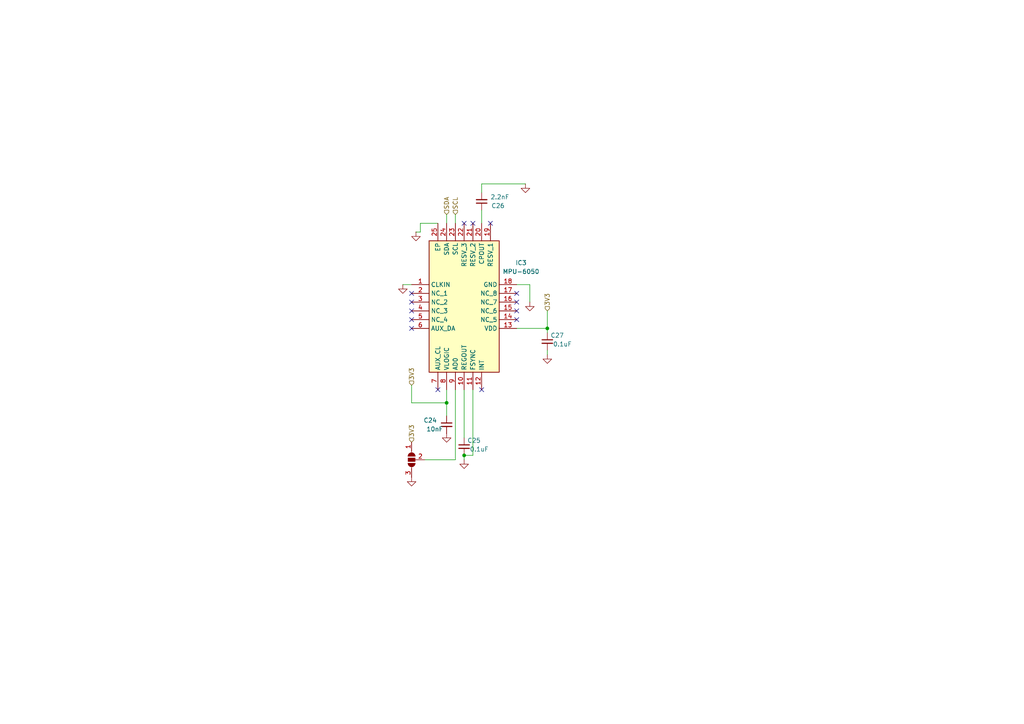
<source format=kicad_sch>
(kicad_sch (version 20231120) (generator "eeschema") (generator_version "8.0")
  (paper "A4")
  (lib_symbols
    (symbol "Device:C_Small" (pin_numbers hide) (pin_names (offset 0.254) hide)
      (property "Reference" "C" (at 0.254 1.778 0))
      (property "Value" "C_Small" (at 0.254 -2.032 0))
      (symbol "C_Small_0_1"
        (polyline (pts (xy -1.524 -0.508) (xy 1.524 -0.508)) (stroke (width 0.3302)))
        (polyline (pts (xy -1.524 0.508) (xy 1.524 0.508)) (stroke (width 0.3048)))
      )
      (symbol "C_Small_1_1"
        (pin passive line (at 0 2.54 270) (length 2.032) (name "~") (number "1"))
        (pin passive line (at 0 -2.54 90) (length 2.032) (name "~") (number "2"))
      )
    )
    (symbol "Jumper:SolderJumper_3_Open" (pin_names (offset 0) hide)
      (property "Reference" "JP" (at -2.54 -2.54 0))
      (property "Value" "SolderJumper_3_Open" (at 0 2.794 0))
      (symbol "SolderJumper_3_Open_0_1"
        (arc (start -1.016 1.016) (mid -2.0276 0) (end -1.016 -1.016))
        (arc (start -1.016 1.016) (mid -2.0276 0) (end -1.016 -1.016) (fill (type outline)))
        (rectangle (start -0.508 1.016) (end 0.508 -1.016) (fill (type outline)))
        (polyline (pts (xy -2.54 0) (xy -2.032 0)))
        (polyline (pts (xy -1.016 1.016) (xy -1.016 -1.016)))
        (polyline (pts (xy 0 -1.27) (xy 0 -1.016)))
        (polyline (pts (xy 1.016 1.016) (xy 1.016 -1.016)))
        (polyline (pts (xy 2.54 0) (xy 2.032 0)))
        (arc (start 1.016 -1.016) (mid 2.0276 0) (end 1.016 1.016))
        (arc (start 1.016 -1.016) (mid 2.0276 0) (end 1.016 1.016) (fill (type outline)))
      )
      (symbol "SolderJumper_3_Open_1_1"
        (pin passive line (at -5.08 0 0) (length 2.54) (name "A") (number "1"))
        (pin passive line (at 0 -3.81 90) (length 2.54) (name "C") (number "2"))
        (pin passive line (at 5.08 0 180) (length 2.54) (name "B") (number "3"))
      )
    )
    (symbol "SamacSys_Parts:MPU-6050"
      (property "Reference" "IC" (at 26.67 17.78 0))
      (property "Value" "MPU-6050" (at 26.67 15.24 0))
      (symbol "MPU-6050_1_1"
        (rectangle (start 5.08 12.7) (end 25.4 -25.4) (stroke (width 0.254)) (fill (type background)))
        (pin passive line (at 0 0 0) (length 5.08) (name "CLKIN") (number "1"))
        (pin passive line (at 15.24 -30.48 90) (length 5.08) (name "REGOUT") (number "10"))
        (pin passive line (at 17.78 -30.48 90) (length 5.08) (name "FSYNC") (number "11"))
        (pin passive line (at 20.32 -30.48 90) (length 5.08) (name "INT") (number "12"))
        (pin passive line (at 30.48 -12.7 180) (length 5.08) (name "VDD") (number "13"))
        (pin passive line (at 30.48 -10.16 180) (length 5.08) (name "NC_5") (number "14"))
        (pin passive line (at 30.48 -7.62 180) (length 5.08) (name "NC_6") (number "15"))
        (pin passive line (at 30.48 -5.08 180) (length 5.08) (name "NC_7") (number "16"))
        (pin passive line (at 30.48 -2.54 180) (length 5.08) (name "NC_8") (number "17"))
        (pin passive line (at 30.48 0 180) (length 5.08) (name "GND") (number "18"))
        (pin passive line (at 22.86 17.78 270) (length 5.08) (name "RESV_1") (number "19"))
        (pin passive line (at 0 -2.54 0) (length 5.08) (name "NC_1") (number "2"))
        (pin passive line (at 20.32 17.78 270) (length 5.08) (name "CPOUT") (number "20"))
        (pin passive line (at 17.78 17.78 270) (length 5.08) (name "RESV_2") (number "21"))
        (pin passive line (at 15.24 17.78 270) (length 5.08) (name "RESV_3") (number "22"))
        (pin passive line (at 12.7 17.78 270) (length 5.08) (name "SCL") (number "23"))
        (pin passive line (at 10.16 17.78 270) (length 5.08) (name "SDA") (number "24"))
        (pin passive line (at 7.62 17.78 270) (length 5.08) (name "EP") (number "25"))
        (pin passive line (at 0 -5.08 0) (length 5.08) (name "NC_2") (number "3"))
        (pin passive line (at 0 -7.62 0) (length 5.08) (name "NC_3") (number "4"))
        (pin passive line (at 0 -10.16 0) (length 5.08) (name "NC_4") (number "5"))
        (pin passive line (at 0 -12.7 0) (length 5.08) (name "AUX_DA") (number "6"))
        (pin passive line (at 7.62 -30.48 90) (length 5.08) (name "AUX_CL") (number "7"))
        (pin passive line (at 10.16 -30.48 90) (length 5.08) (name "VLOGIC") (number "8"))
        (pin passive line (at 12.7 -30.48 90) (length 5.08) (name "AD0") (number "9"))
      )
    )
    (symbol "power:GND" (power) (pin_numbers hide) (pin_names (offset 0) hide)
      (property "Value" "GND" (at 0 -3.81 0))
      (symbol "GND_0_1"
        (polyline (pts (xy 0 0) (xy 0 -1.27) (xy 1.27 -1.27) (xy 0 -2.54) (xy -1.27 -1.27) (xy 0 -1.27)))
      )
      (symbol "GND_1_1"
        (pin power_in line (at 0 0 270) (length 0) (name "~") (number "1"))
      )
    )
  )
  (junction (at 129.54 116.84))
  (junction (at 158.75 95.25))
  (junction (at 134.62 132.08))
  (no_connect (at 139.7 113.03))
  (no_connect (at 149.86 92.71))
  (no_connect (at 119.38 92.71))
  (no_connect (at 134.62 64.77))
  (no_connect (at 119.38 87.63))
  (no_connect (at 149.86 87.63))
  (no_connect (at 119.38 95.25))
  (no_connect (at 137.16 64.77))
  (no_connect (at 119.38 90.17))
  (no_connect (at 142.24 64.77))
  (no_connect (at 149.86 85.09))
  (no_connect (at 127 113.03))
  (no_connect (at 149.86 90.17))
  (no_connect (at 119.38 85.09))
  (wire (pts (xy 120.65 67.31) (xy 121.92 67.31)))
  (wire (pts (xy 139.7 53.34) (xy 152.4 53.34)))
  (wire (pts (xy 121.92 64.77) (xy 127 64.77)))
  (wire (pts (xy 121.92 67.31) (xy 121.92 64.77)))
  (wire (pts (xy 129.54 120.65) (xy 129.54 116.84)))
  (wire (pts (xy 158.75 90.17) (xy 158.75 95.25)))
  (wire (pts (xy 134.62 127) (xy 134.62 113.03)))
  (wire (pts (xy 158.75 96.52) (xy 158.75 95.25)))
  (wire (pts (xy 158.75 95.25) (xy 149.86 95.25)))
  (wire (pts (xy 119.38 116.84) (xy 119.38 111.76)))
  (wire (pts (xy 119.38 116.84) (xy 129.54 116.84)))
  (wire (pts (xy 139.7 60.96) (xy 139.7 64.77)))
  (wire (pts (xy 139.7 55.88) (xy 139.7 53.34)))
  (wire (pts (xy 116.84 82.55) (xy 119.38 82.55)))
  (wire (pts (xy 137.16 113.03) (xy 137.16 132.08)))
  (wire (pts (xy 132.08 113.03) (xy 132.08 133.35)))
  (wire (pts (xy 134.62 133.35) (xy 134.62 132.08)))
  (wire (pts (xy 129.54 113.03) (xy 129.54 116.84)))
  (wire (pts (xy 153.67 82.55) (xy 153.67 87.63)))
  (wire (pts (xy 123.19 133.35) (xy 132.08 133.35)))
  (wire (pts (xy 158.75 102.87) (xy 158.75 101.6)))
  (wire (pts (xy 149.86 82.55) (xy 153.67 82.55)))
  (wire (pts (xy 137.16 132.08) (xy 134.62 132.08)))
  (wire (pts (xy 129.54 62.23) (xy 129.54 64.77)))
  (wire (pts (xy 132.08 62.23) (xy 132.08 64.77)))
  (hierarchical_label "SDA" (shape input) (at 129.54 62.23 90))
  (hierarchical_label "3V3" (shape input) (at 119.38 111.76 90))
  (hierarchical_label "SCL" (shape input) (at 132.08 62.23 90))
  (hierarchical_label "3V3" (shape input) (at 158.75 90.17 90))
  (hierarchical_label "3V3" (shape input) (at 119.38 128.27 90))
  (symbol (lib_id "power:GND") (at 116.84 82.55 0) (unit 1)
    (property "Reference" "#PWR038" (effects (hide yes)))
    (property "Value" "GND" (effects (hide yes)))
    (property "Description" "Power symbol creates a global label with name \"GND\" , ground" (effects (hide yes)))
  )
  (symbol (lib_id "power:GND") (at 120.65 67.31 0) (unit 1)
    (property "Reference" "#PWR039" (effects (hide yes)))
    (property "Value" "GND" (effects (hide yes)))
    (property "Description" "Power symbol creates a global label with name \"GND\" , ground" (effects (hide yes)))
  )
  (symbol (lib_id "power:GND") (at 152.4 53.34 0) (unit 1)
    (property "Reference" "#PWR042" (effects (hide yes)))
    (property "Value" "GND" (effects (hide yes)))
    (property "Description" "Power symbol creates a global label with name \"GND\" , ground" (effects (hide yes)))
  )
  (symbol (lib_id "power:GND") (at 158.75 102.87 0) (unit 1)
    (property "Reference" "#PWR044" (effects (hide yes)))
    (property "Value" "GND" (effects (hide yes)))
    (property "Description" "Power symbol creates a global label with name \"GND\" , ground" (effects (hide yes)))
  )
  (symbol (lib_id "Device:C_Small") (at 134.62 129.54 0) (mirror y) (unit 1)
    (property "Reference" "C25" (at 139.446 127.762 0) (effects (justify left)))
    (property "Value" "0.1uF" (at 141.732 130.302 0) (effects (justify left)))
    (property "Footprint" "Capacitor_SMD:C_0402_1005Metric" (effects (hide yes)))
    (property "Description" "Unpolarized capacitor, small symbol" (effects (hide yes)))
  )
  (symbol (lib_id "SamacSys_Parts:MPU-6050") (at 119.38 82.55 0) (unit 1)
    (property "Reference" "IC3" (at 151.13 76.2314 0))
    (property "Value" "MPU-6050" (at 151.13 78.7714 0))
    (property "Footprint" "SamacSys_Parts:MPU6050" (effects (hide yes)))
    (property "Datasheet" "https://product.tdk.com/system/files/dam/doc/product/sensor/mortion-inertial/imu/data_sheet/mpu-6000-datasheet1.pdf" (effects (hide yes)))
    (property "Description" "IMUs - Inertial Measurement Units 6-Axis MEMS MotionTracking  Device with DMP" (effects (hide yes)))
    (property "Height" "0.95" (effects (hide yes)))
    (property "Mouser Part Number" "410-MPU-6050" (effects (hide yes)))
    (property "Mouser Price/Stock" "https://www.mouser.co.uk/ProductDetail/TDK-InvenSense/MPU-6050?qs=u4fy%2FsgLU9O14B5JgyQFvg%3D%3D" (effects (hide yes)))
    (property "Manufacturer_Name" "TDK" (effects (hide yes)))
    (property "Manufacturer_Part_Number" "MPU-6050" (effects (hide yes)))
  )
  (symbol (lib_id "power:GND") (at 129.54 125.73 0) (unit 1)
    (property "Reference" "#PWR040" (effects (hide yes)))
    (property "Value" "GND" (effects (hide yes)))
    (property "Description" "Power symbol creates a global label with name \"GND\" , ground" (effects (hide yes)))
  )
  (symbol (lib_id "Jumper:SolderJumper_3_Open") (at 119.38 133.35 90) (mirror x) (unit 1) (in_bom no)
    (property "Reference" "JP1" (effects (hide yes)))
    (property "Value" "SolderJumper_3_Open" (effects (hide yes)))
    (property "Footprint" "Jumper:SolderJumper-3_P1.3mm_Open_RoundedPad1.0x1.5mm_NumberLabels" (effects (hide yes)))
    (property "Description" "Solder Jumper, 3-pole, open" (effects (hide yes)))
  )
  (symbol (lib_id "Device:C_Small") (at 158.75 99.06 0) (mirror y) (unit 1)
    (property "Reference" "C27" (at 163.576 97.282 0) (effects (justify left)))
    (property "Value" "0.1uF" (at 165.862 99.822 0) (effects (justify left)))
    (property "Footprint" "Capacitor_SMD:C_0402_1005Metric" (effects (hide yes)))
    (property "Description" "Unpolarized capacitor, small symbol" (effects (hide yes)))
  )
  (symbol (lib_id "power:GND") (at 153.67 87.63 0) (unit 1)
    (property "Reference" "#PWR043" (effects (hide yes)))
    (property "Value" "GND" (effects (hide yes)))
    (property "Description" "Power symbol creates a global label with name \"GND\" , ground" (effects (hide yes)))
  )
  (symbol (lib_id "Device:C_Small") (at 129.54 123.19 0) (mirror y) (unit 1)
    (property "Reference" "C24" (at 126.746 121.92 0) (effects (justify left)))
    (property "Value" "10nF" (at 128.524 124.46 0) (effects (justify left)))
    (property "Footprint" "Capacitor_SMD:C_0402_1005Metric" (effects (hide yes)))
    (property "Description" "Unpolarized capacitor, small symbol" (effects (hide yes)))
  )
  (symbol (lib_id "power:GND") (at 119.38 138.43 0) (unit 1)
    (property "Reference" "#PWR061" (effects (hide yes)))
    (property "Value" "GND" (effects (hide yes)))
    (property "Description" "Power symbol creates a global label with name \"GND\" , ground" (effects (hide yes)))
  )
  (symbol (lib_id "Device:C_Small") (at 139.7 58.42 0) (mirror x) (unit 1)
    (property "Reference" "C26" (at 142.494 59.69 0) (effects (justify left)))
    (property "Value" "2.2nF" (at 142.24 57.15 0) (effects (justify left)))
    (property "Footprint" "Capacitor_SMD:C_0402_1005Metric" (effects (hide yes)))
    (property "Description" "Unpolarized capacitor, small symbol" (effects (hide yes)))
  )
  (symbol (lib_id "power:GND") (at 134.62 133.35 0) (unit 1)
    (property "Reference" "#PWR041" (effects (hide yes)))
    (property "Value" "GND" (effects (hide yes)))
    (property "Description" "Power symbol creates a global label with name \"GND\" , ground" (effects (hide yes)))
  )
)
</source>
